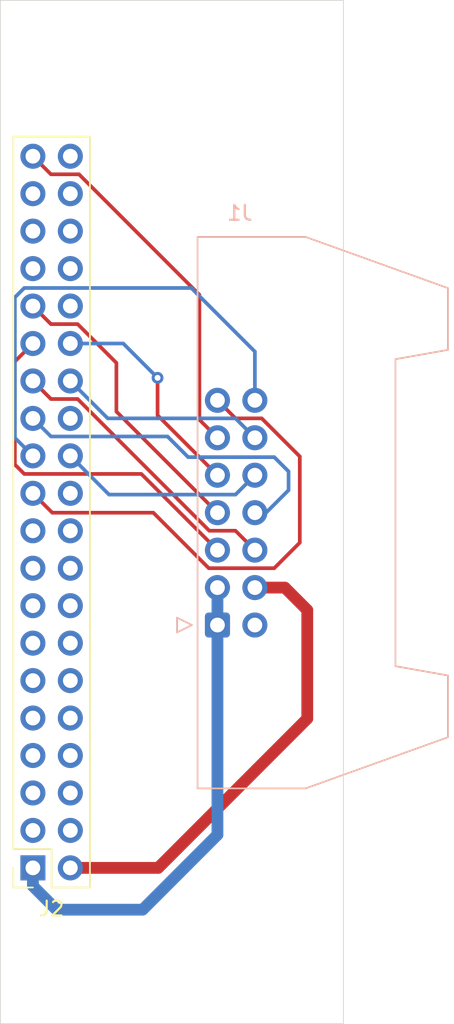
<source format=kicad_pcb>
(kicad_pcb (version 20171130) (host pcbnew "(5.1.10)-1")

  (general
    (thickness 1.6)
    (drawings 4)
    (tracks 65)
    (zones 0)
    (modules 4)
    (nets 13)
  )

  (page A4)
  (layers
    (0 F.Cu signal)
    (31 B.Cu signal)
    (32 B.Adhes user)
    (33 F.Adhes user)
    (34 B.Paste user)
    (35 F.Paste user)
    (36 B.SilkS user)
    (37 F.SilkS user)
    (38 B.Mask user)
    (39 F.Mask user)
    (40 Dwgs.User user)
    (41 Cmts.User user)
    (42 Eco1.User user)
    (43 Eco2.User user)
    (44 Edge.Cuts user)
    (45 Margin user)
    (46 B.CrtYd user)
    (47 F.CrtYd user)
    (48 B.Fab user)
    (49 F.Fab user)
  )

  (setup
    (last_trace_width 0.25)
    (user_trace_width 0.2)
    (user_trace_width 0.8)
    (user_trace_width 1.5)
    (user_trace_width 2)
    (trace_clearance 0.25)
    (zone_clearance 0.508)
    (zone_45_only no)
    (trace_min 0.2)
    (via_size 0.8)
    (via_drill 0.4)
    (via_min_size 0.4)
    (via_min_drill 0.3)
    (uvia_size 0.3)
    (uvia_drill 0.1)
    (uvias_allowed no)
    (uvia_min_size 0.2)
    (uvia_min_drill 0.1)
    (edge_width 0.05)
    (segment_width 0.2)
    (pcb_text_width 0.3)
    (pcb_text_size 1.5 1.5)
    (mod_edge_width 0.12)
    (mod_text_size 1 1)
    (mod_text_width 0.15)
    (pad_size 3.2 3.2)
    (pad_drill 3.2)
    (pad_to_mask_clearance 0)
    (aux_axis_origin 0 0)
    (grid_origin 58.928 51.816)
    (visible_elements 7FFFFFFF)
    (pcbplotparams
      (layerselection 0x010fc_ffffffff)
      (usegerberextensions false)
      (usegerberattributes true)
      (usegerberadvancedattributes true)
      (creategerberjobfile true)
      (excludeedgelayer true)
      (linewidth 0.100000)
      (plotframeref false)
      (viasonmask false)
      (mode 1)
      (useauxorigin false)
      (hpglpennumber 1)
      (hpglpenspeed 20)
      (hpglpendiameter 15.000000)
      (psnegative false)
      (psa4output false)
      (plotreference true)
      (plotvalue true)
      (plotinvisibletext false)
      (padsonsilk false)
      (subtractmaskfromsilk false)
      (outputformat 1)
      (mirror false)
      (drillshape 1)
      (scaleselection 1)
      (outputdirectory ""))
  )

  (net 0 "")
  (net 1 LCD_CS)
  (net 2 LCD_MISO)
  (net 3 LCD_SCLK)
  (net 4 LCD_DC)
  (net 5 LCD_MOSI)
  (net 6 +3V3)
  (net 7 Reset)
  (net 8 Touch_INT)
  (net 9 Touch_SCL)
  (net 10 Touch_SDA)
  (net 11 LCD_BackLight)
  (net 12 GND)

  (net_class Default "This is the default net class."
    (clearance 0.25)
    (trace_width 0.25)
    (via_dia 0.8)
    (via_drill 0.4)
    (uvia_dia 0.3)
    (uvia_drill 0.1)
    (add_net +3V3)
    (add_net GND)
    (add_net LCD_BackLight)
    (add_net LCD_CS)
    (add_net LCD_DC)
    (add_net LCD_MISO)
    (add_net LCD_MOSI)
    (add_net LCD_SCLK)
    (add_net Reset)
    (add_net Touch_INT)
    (add_net Touch_SCL)
    (add_net Touch_SDA)
  )

  (module MountingHole:MountingHole_3.2mm_M3 (layer F.Cu) (tedit 56D1B4CB) (tstamp 620AC845)
    (at 58.928 114.216)
    (descr "Mounting Hole 3.2mm, no annular, M3")
    (tags "mounting hole 3.2mm no annular m3")
    (attr virtual)
    (fp_text reference REF** (at 0 -4.2) (layer F.SilkS) hide
      (effects (font (size 1 1) (thickness 0.15)))
    )
    (fp_text value MountingHole_3.2mm_M3 (at -2.032 15.748) (layer F.Fab) hide
      (effects (font (size 1 1) (thickness 0.15)))
    )
    (fp_circle (center 0 0) (end 3.45 0) (layer F.CrtYd) (width 0.05))
    (fp_circle (center 0 0) (end 3.2 0) (layer Cmts.User) (width 0.15))
    (fp_text user %R (at 3.302 12.7) (layer F.Fab) hide
      (effects (font (size 1 1) (thickness 0.15)))
    )
    (pad 1 np_thru_hole circle (at 0 0) (size 3.2 3.2) (drill 3.2) (layers *.Cu *.Mask))
  )

  (module MountingHole:MountingHole_3.2mm_M3 (layer F.Cu) (tedit 56D1B4CB) (tstamp 620AC785)
    (at 58.928 51.816)
    (descr "Mounting Hole 3.2mm, no annular, M3")
    (tags "mounting hole 3.2mm no annular m3")
    (attr virtual)
    (fp_text reference REF** (at 0 -4.2) (layer F.SilkS) hide
      (effects (font (size 1 1) (thickness 0.15)))
    )
    (fp_text value M3 (at 8.382 -11.43) (layer F.Fab) hide
      (effects (font (size 1 1) (thickness 0.15)))
    )
    (fp_circle (center 0 0) (end 3.45 0) (layer F.CrtYd) (width 0.05))
    (fp_circle (center 0 0) (end 3.2 0) (layer Cmts.User) (width 0.15))
    (fp_text user %R (at 6.096 -7.874) (layer F.Fab) hide
      (effects (font (size 1 1) (thickness 0.15)))
    )
    (pad 1 np_thru_hole circle (at 0 0) (size 3.2 3.2) (drill 3.2) (layers *.Cu *.Mask))
  )

  (module Connector_PinSocket_2.54mm:PinSocket_2x20_P2.54mm_Vertical (layer F.Cu) (tedit 5A19A433) (tstamp 6209E70E)
    (at 47.928 107.146 180)
    (descr "Through hole straight socket strip, 2x20, 2.54mm pitch, double cols (from Kicad 4.0.7), script generated")
    (tags "Through hole socket strip THT 2x20 2.54mm double row")
    (path /62095E19)
    (fp_text reference J2 (at -1.27 -2.77) (layer F.SilkS)
      (effects (font (size 1 1) (thickness 0.15)))
    )
    (fp_text value Disp (at -1.27 51.03) (layer F.Fab)
      (effects (font (size 1 1) (thickness 0.15)))
    )
    (fp_line (start -3.81 -1.27) (end 0.27 -1.27) (layer F.Fab) (width 0.1))
    (fp_line (start 0.27 -1.27) (end 1.27 -0.27) (layer F.Fab) (width 0.1))
    (fp_line (start 1.27 -0.27) (end 1.27 49.53) (layer F.Fab) (width 0.1))
    (fp_line (start 1.27 49.53) (end -3.81 49.53) (layer F.Fab) (width 0.1))
    (fp_line (start -3.81 49.53) (end -3.81 -1.27) (layer F.Fab) (width 0.1))
    (fp_line (start -3.87 -1.33) (end -1.27 -1.33) (layer F.SilkS) (width 0.12))
    (fp_line (start -3.87 -1.33) (end -3.87 49.59) (layer F.SilkS) (width 0.12))
    (fp_line (start -3.87 49.59) (end 1.33 49.59) (layer F.SilkS) (width 0.12))
    (fp_line (start 1.33 1.27) (end 1.33 49.59) (layer F.SilkS) (width 0.12))
    (fp_line (start -1.27 1.27) (end 1.33 1.27) (layer F.SilkS) (width 0.12))
    (fp_line (start -1.27 -1.33) (end -1.27 1.27) (layer F.SilkS) (width 0.12))
    (fp_line (start 1.33 -1.33) (end 1.33 0) (layer F.SilkS) (width 0.12))
    (fp_line (start 0 -1.33) (end 1.33 -1.33) (layer F.SilkS) (width 0.12))
    (fp_line (start -4.34 -1.8) (end 1.76 -1.8) (layer F.CrtYd) (width 0.05))
    (fp_line (start 1.76 -1.8) (end 1.76 50) (layer F.CrtYd) (width 0.05))
    (fp_line (start 1.76 50) (end -4.34 50) (layer F.CrtYd) (width 0.05))
    (fp_line (start -4.34 50) (end -4.34 -1.8) (layer F.CrtYd) (width 0.05))
    (fp_text user %R (at -1.27 24.13 90) (layer F.Fab)
      (effects (font (size 1 1) (thickness 0.15)))
    )
    (pad 40 thru_hole oval (at -2.54 48.26 180) (size 1.7 1.7) (drill 1) (layers *.Cu *.Mask))
    (pad 39 thru_hole oval (at 0 48.26 180) (size 1.7 1.7) (drill 1) (layers *.Cu *.Mask)
      (net 8 Touch_INT))
    (pad 38 thru_hole oval (at -2.54 45.72 180) (size 1.7 1.7) (drill 1) (layers *.Cu *.Mask))
    (pad 37 thru_hole oval (at 0 45.72 180) (size 1.7 1.7) (drill 1) (layers *.Cu *.Mask))
    (pad 36 thru_hole oval (at -2.54 43.18 180) (size 1.7 1.7) (drill 1) (layers *.Cu *.Mask))
    (pad 35 thru_hole oval (at 0 43.18 180) (size 1.7 1.7) (drill 1) (layers *.Cu *.Mask))
    (pad 34 thru_hole oval (at -2.54 40.64 180) (size 1.7 1.7) (drill 1) (layers *.Cu *.Mask))
    (pad 33 thru_hole oval (at 0 40.64 180) (size 1.7 1.7) (drill 1) (layers *.Cu *.Mask))
    (pad 32 thru_hole oval (at -2.54 38.1 180) (size 1.7 1.7) (drill 1) (layers *.Cu *.Mask))
    (pad 31 thru_hole oval (at 0 38.1 180) (size 1.7 1.7) (drill 1) (layers *.Cu *.Mask)
      (net 10 Touch_SDA))
    (pad 30 thru_hole oval (at -2.54 35.56 180) (size 1.7 1.7) (drill 1) (layers *.Cu *.Mask)
      (net 9 Touch_SCL))
    (pad 29 thru_hole oval (at 0 35.56 180) (size 1.7 1.7) (drill 1) (layers *.Cu *.Mask)
      (net 11 LCD_BackLight))
    (pad 28 thru_hole oval (at -2.54 33.02 180) (size 1.7 1.7) (drill 1) (layers *.Cu *.Mask)
      (net 2 LCD_MISO))
    (pad 27 thru_hole oval (at 0 33.02 180) (size 1.7 1.7) (drill 1) (layers *.Cu *.Mask)
      (net 5 LCD_MOSI))
    (pad 26 thru_hole oval (at -2.54 30.48 180) (size 1.7 1.7) (drill 1) (layers *.Cu *.Mask))
    (pad 25 thru_hole oval (at 0 30.48 180) (size 1.7 1.7) (drill 1) (layers *.Cu *.Mask)
      (net 4 LCD_DC))
    (pad 24 thru_hole oval (at -2.54 27.94 180) (size 1.7 1.7) (drill 1) (layers *.Cu *.Mask)
      (net 3 LCD_SCLK))
    (pad 23 thru_hole oval (at 0 27.94 180) (size 1.7 1.7) (drill 1) (layers *.Cu *.Mask)
      (net 1 LCD_CS))
    (pad 22 thru_hole oval (at -2.54 25.4 180) (size 1.7 1.7) (drill 1) (layers *.Cu *.Mask))
    (pad 21 thru_hole oval (at 0 25.4 180) (size 1.7 1.7) (drill 1) (layers *.Cu *.Mask)
      (net 7 Reset))
    (pad 20 thru_hole oval (at -2.54 22.86 180) (size 1.7 1.7) (drill 1) (layers *.Cu *.Mask))
    (pad 19 thru_hole oval (at 0 22.86 180) (size 1.7 1.7) (drill 1) (layers *.Cu *.Mask))
    (pad 18 thru_hole oval (at -2.54 20.32 180) (size 1.7 1.7) (drill 1) (layers *.Cu *.Mask))
    (pad 17 thru_hole oval (at 0 20.32 180) (size 1.7 1.7) (drill 1) (layers *.Cu *.Mask))
    (pad 16 thru_hole oval (at -2.54 17.78 180) (size 1.7 1.7) (drill 1) (layers *.Cu *.Mask))
    (pad 15 thru_hole oval (at 0 17.78 180) (size 1.7 1.7) (drill 1) (layers *.Cu *.Mask))
    (pad 14 thru_hole oval (at -2.54 15.24 180) (size 1.7 1.7) (drill 1) (layers *.Cu *.Mask))
    (pad 13 thru_hole oval (at 0 15.24 180) (size 1.7 1.7) (drill 1) (layers *.Cu *.Mask))
    (pad 12 thru_hole oval (at -2.54 12.7 180) (size 1.7 1.7) (drill 1) (layers *.Cu *.Mask))
    (pad 11 thru_hole oval (at 0 12.7 180) (size 1.7 1.7) (drill 1) (layers *.Cu *.Mask))
    (pad 10 thru_hole oval (at -2.54 10.16 180) (size 1.7 1.7) (drill 1) (layers *.Cu *.Mask))
    (pad 9 thru_hole oval (at 0 10.16 180) (size 1.7 1.7) (drill 1) (layers *.Cu *.Mask))
    (pad 8 thru_hole oval (at -2.54 7.62 180) (size 1.7 1.7) (drill 1) (layers *.Cu *.Mask))
    (pad 7 thru_hole oval (at 0 7.62 180) (size 1.7 1.7) (drill 1) (layers *.Cu *.Mask))
    (pad 6 thru_hole oval (at -2.54 5.08 180) (size 1.7 1.7) (drill 1) (layers *.Cu *.Mask))
    (pad 5 thru_hole oval (at 0 5.08 180) (size 1.7 1.7) (drill 1) (layers *.Cu *.Mask))
    (pad 4 thru_hole oval (at -2.54 2.54 180) (size 1.7 1.7) (drill 1) (layers *.Cu *.Mask))
    (pad 3 thru_hole oval (at 0 2.54 180) (size 1.7 1.7) (drill 1) (layers *.Cu *.Mask))
    (pad 2 thru_hole oval (at -2.54 0 180) (size 1.7 1.7) (drill 1) (layers *.Cu *.Mask)
      (net 6 +3V3))
    (pad 1 thru_hole rect (at 0 0 180) (size 1.7 1.7) (drill 1) (layers *.Cu *.Mask)
      (net 12 GND))
    (model ${KIPRJMOD}/shapes3D/PinSocket_2x20_P2.54mm_Vertical.wrl
      (at (xyz 0 0 0))
      (scale (xyz 1 1 1))
      (rotate (xyz 0 0 0))
    )
  )

  (module Connector_IDC:IDC-Header_2x07_P2.54mm_Latch_Horizontal (layer B.Cu) (tedit 5EAC9A07) (tstamp 6209E6D0)
    (at 60.452 90.678)
    (descr "Through hole IDC header, 2x07, 2.54mm pitch, DIN 41651 / IEC 60603-13, double rows latches, https://docs.google.com/spreadsheets/d/16SsEcesNF15N3Lb4niX7dcUr-NY5_MFPQhobNuNppn4/edit#gid=0")
    (tags "Through hole horizontal IDC header THT 2x07 2.54mm double row")
    (path /6209B0F5)
    (fp_text reference J1 (at 1.524 -27.94) (layer B.SilkS)
      (effects (font (size 1 1) (thickness 0.15)) (justify mirror))
    )
    (fp_text value MCU (at 7.145 -27.21) (layer B.Fab)
      (effects (font (size 1 1) (thickness 0.15)) (justify mirror))
    )
    (fp_line (start 16.03 11.47) (end -1.74 11.47) (layer B.CrtYd) (width 0.05))
    (fp_line (start 16.03 -26.71) (end 16.03 11.47) (layer B.CrtYd) (width 0.05))
    (fp_line (start -1.74 -26.71) (end 16.03 -26.71) (layer B.CrtYd) (width 0.05))
    (fp_line (start -1.74 11.47) (end -1.74 -26.71) (layer B.CrtYd) (width 0.05))
    (fp_line (start -2.74 -0.5) (end -1.74 0) (layer B.SilkS) (width 0.12))
    (fp_line (start -2.74 0.5) (end -2.74 -0.5) (layer B.SilkS) (width 0.12))
    (fp_line (start -1.74 0) (end -2.74 0.5) (layer B.SilkS) (width 0.12))
    (fp_line (start -1.35 -26.32) (end -1.35 11.08) (layer B.SilkS) (width 0.12))
    (fp_line (start 5.98 -26.32) (end -1.35 -26.32) (layer B.SilkS) (width 0.12))
    (fp_line (start 15.64 -22.85) (end 5.98 -26.32) (layer B.SilkS) (width 0.12))
    (fp_line (start 15.64 -18.66) (end 15.64 -22.85) (layer B.SilkS) (width 0.12))
    (fp_line (start 12.08 -18.03) (end 15.64 -18.66) (layer B.SilkS) (width 0.12))
    (fp_line (start 12.08 2.79) (end 12.08 -18.03) (layer B.SilkS) (width 0.12))
    (fp_line (start 15.64 3.42) (end 12.08 2.79) (layer B.SilkS) (width 0.12))
    (fp_line (start 15.64 7.61) (end 15.64 3.42) (layer B.SilkS) (width 0.12))
    (fp_line (start 5.98 11.08) (end 15.64 7.61) (layer B.SilkS) (width 0.12))
    (fp_line (start -1.35 11.08) (end 5.98 11.08) (layer B.SilkS) (width 0.12))
    (fp_line (start -1.24 -26.21) (end -1.24 10.97) (layer B.Fab) (width 0.1))
    (fp_line (start 5.87 -26.21) (end -1.24 -26.21) (layer B.Fab) (width 0.1))
    (fp_line (start 15.53 -22.74) (end 5.87 -26.21) (layer B.Fab) (width 0.1))
    (fp_line (start 15.53 -18.77) (end 15.53 -22.74) (layer B.Fab) (width 0.1))
    (fp_line (start 11.97 -18.14) (end 15.53 -18.77) (layer B.Fab) (width 0.1))
    (fp_line (start 11.97 2.9) (end 11.97 -18.14) (layer B.Fab) (width 0.1))
    (fp_line (start 15.53 3.53) (end 11.97 2.9) (layer B.Fab) (width 0.1))
    (fp_line (start 15.53 7.5) (end 15.53 3.53) (layer B.Fab) (width 0.1))
    (fp_line (start 5.87 10.97) (end 15.53 7.5) (layer B.Fab) (width 0.1))
    (fp_line (start -1.24 10.97) (end 5.87 10.97) (layer B.Fab) (width 0.1))
    (fp_text user %R (at -3.302 -3.048 -90) (layer B.Fab)
      (effects (font (size 1 1) (thickness 0.15)) (justify mirror))
    )
    (pad 14 thru_hole circle (at 2.54 -15.24) (size 1.7 1.7) (drill 1) (layers *.Cu *.Mask)
      (net 1 LCD_CS))
    (pad 12 thru_hole circle (at 2.54 -12.7) (size 1.7 1.7) (drill 1) (layers *.Cu *.Mask)
      (net 2 LCD_MISO))
    (pad 10 thru_hole circle (at 2.54 -10.16) (size 1.7 1.7) (drill 1) (layers *.Cu *.Mask)
      (net 3 LCD_SCLK))
    (pad 8 thru_hole circle (at 2.54 -7.62) (size 1.7 1.7) (drill 1) (layers *.Cu *.Mask)
      (net 4 LCD_DC))
    (pad 6 thru_hole circle (at 2.54 -5.08) (size 1.7 1.7) (drill 1) (layers *.Cu *.Mask)
      (net 5 LCD_MOSI))
    (pad 4 thru_hole circle (at 2.54 -2.54) (size 1.7 1.7) (drill 1) (layers *.Cu *.Mask)
      (net 6 +3V3))
    (pad 2 thru_hole circle (at 2.54 0) (size 1.7 1.7) (drill 1) (layers *.Cu *.Mask))
    (pad 13 thru_hole circle (at 0 -15.24) (size 1.7 1.7) (drill 1) (layers *.Cu *.Mask)
      (net 7 Reset))
    (pad 11 thru_hole circle (at 0 -12.7) (size 1.7 1.7) (drill 1) (layers *.Cu *.Mask)
      (net 8 Touch_INT))
    (pad 9 thru_hole circle (at 0 -10.16) (size 1.7 1.7) (drill 1) (layers *.Cu *.Mask)
      (net 9 Touch_SCL))
    (pad 7 thru_hole circle (at 0 -7.62) (size 1.7 1.7) (drill 1) (layers *.Cu *.Mask)
      (net 10 Touch_SDA))
    (pad 5 thru_hole circle (at 0 -5.08) (size 1.7 1.7) (drill 1) (layers *.Cu *.Mask)
      (net 11 LCD_BackLight))
    (pad 3 thru_hole circle (at 0 -2.54) (size 1.7 1.7) (drill 1) (layers *.Cu *.Mask)
      (net 12 GND))
    (pad 1 thru_hole roundrect (at 0 0) (size 1.7 1.7) (drill 1) (layers *.Cu *.Mask) (roundrect_rratio 0.147059)
      (net 12 GND))
    (model ${KIPRJMOD}/shapes3D/5499913-2.wrl
      (offset (xyz 6.5 -7.5 4.5))
      (scale (xyz 0.395 0.395 0.4))
      (rotate (xyz -90 0 -90))
    )
  )

  (gr_line (start 45.72 48.316) (end 45.72 117.716) (layer Edge.Cuts) (width 0.05))
  (gr_line (start 45.72 117.716) (end 69 117.716) (layer Edge.Cuts) (width 0.05))
  (gr_line (start 69 48.316) (end 69 117.716) (layer Edge.Cuts) (width 0.05))
  (gr_line (start 45.72 48.316) (end 69 48.316) (layer Edge.Cuts) (width 0.05))

  (segment (start 47.339999 67.820999) (end 58.676999 67.820999) (width 0.25) (layer B.Cu) (net 1))
  (segment (start 46.702999 68.457999) (end 47.339999 67.820999) (width 0.25) (layer B.Cu) (net 1))
  (segment (start 46.702999 77.980999) (end 46.702999 68.457999) (width 0.25) (layer B.Cu) (net 1))
  (segment (start 47.928 79.206) (end 46.702999 77.980999) (width 0.25) (layer B.Cu) (net 1))
  (segment (start 62.992 72.136) (end 62.992 75.438) (width 0.25) (layer B.Cu) (net 1))
  (segment (start 58.676999 67.820999) (end 62.992 72.136) (width 0.25) (layer B.Cu) (net 1))
  (segment (start 53.005001 76.663001) (end 50.468 74.126) (width 0.25) (layer B.Cu) (net 2))
  (segment (start 61.677001 76.663001) (end 53.005001 76.663001) (width 0.25) (layer B.Cu) (net 2))
  (segment (start 62.992 77.978) (end 61.677001 76.663001) (width 0.25) (layer B.Cu) (net 2))
  (segment (start 61.677001 81.832999) (end 62.992 80.518) (width 0.25) (layer B.Cu) (net 3))
  (segment (start 53.094999 81.832999) (end 61.677001 81.832999) (width 0.25) (layer B.Cu) (net 3))
  (segment (start 50.468 79.206) (end 53.094999 81.832999) (width 0.25) (layer B.Cu) (net 3))
  (segment (start 63.754 83.058) (end 62.992 83.058) (width 0.25) (layer B.Cu) (net 4))
  (segment (start 65.278 81.534) (end 63.754 83.058) (width 0.25) (layer B.Cu) (net 4))
  (segment (start 58.464999 79.292999) (end 64.306999 79.292999) (width 0.25) (layer B.Cu) (net 4))
  (segment (start 64.306999 79.292999) (end 65.278 80.264) (width 0.25) (layer B.Cu) (net 4))
  (segment (start 57.063001 77.891001) (end 58.464999 79.292999) (width 0.25) (layer B.Cu) (net 4))
  (segment (start 65.278 80.264) (end 65.278 81.534) (width 0.25) (layer B.Cu) (net 4))
  (segment (start 49.153001 77.891001) (end 57.063001 77.891001) (width 0.25) (layer B.Cu) (net 4))
  (segment (start 47.928 76.666) (end 49.153001 77.891001) (width 0.25) (layer B.Cu) (net 4))
  (segment (start 49.153001 75.351001) (end 47.928 74.126) (width 0.25) (layer F.Cu) (net 5))
  (segment (start 50.966003 75.351001) (end 49.153001 75.351001) (width 0.25) (layer F.Cu) (net 5))
  (segment (start 59.898003 84.283001) (end 50.966003 75.351001) (width 0.25) (layer F.Cu) (net 5))
  (segment (start 61.677001 84.283001) (end 59.898003 84.283001) (width 0.25) (layer F.Cu) (net 5))
  (segment (start 62.992 85.598) (end 61.677001 84.283001) (width 0.25) (layer F.Cu) (net 5))
  (segment (start 50.468 107.146) (end 56.43 107.146) (width 0.8) (layer F.Cu) (net 6))
  (segment (start 56.43 107.146) (end 66.548 97.028) (width 0.8) (layer F.Cu) (net 6))
  (segment (start 66.548 97.028) (end 66.548 89.662) (width 0.8) (layer F.Cu) (net 6))
  (segment (start 65.024 88.138) (end 62.992 88.138) (width 0.8) (layer F.Cu) (net 6))
  (segment (start 66.548 89.662) (end 65.024 88.138) (width 0.8) (layer F.Cu) (net 6))
  (segment (start 59.863999 86.823001) (end 64.306999 86.823001) (width 0.25) (layer F.Cu) (net 7))
  (segment (start 56.101997 83.060999) (end 59.863999 86.823001) (width 0.25) (layer F.Cu) (net 7))
  (segment (start 49.242999 83.060999) (end 56.101997 83.060999) (width 0.25) (layer F.Cu) (net 7))
  (segment (start 47.928 81.746) (end 49.242999 83.060999) (width 0.25) (layer F.Cu) (net 7))
  (segment (start 64.306999 86.823001) (end 66.04 85.09) (width 0.25) (layer F.Cu) (net 7))
  (segment (start 61.677001 76.663001) (end 60.452 75.438) (width 0.25) (layer F.Cu) (net 7))
  (segment (start 66.04 79.248) (end 63.455001 76.663001) (width 0.25) (layer F.Cu) (net 7))
  (segment (start 63.455001 76.663001) (end 61.677001 76.663001) (width 0.25) (layer F.Cu) (net 7))
  (segment (start 66.04 85.09) (end 66.04 79.248) (width 0.25) (layer F.Cu) (net 7))
  (segment (start 49.153001 60.111001) (end 47.928 58.886) (width 0.25) (layer F.Cu) (net 8))
  (segment (start 51.056001 60.111001) (end 49.153001 60.111001) (width 0.25) (layer F.Cu) (net 8))
  (segment (start 59.226999 68.281999) (end 51.056001 60.111001) (width 0.25) (layer F.Cu) (net 8))
  (segment (start 59.226999 76.752999) (end 59.226999 68.281999) (width 0.25) (layer F.Cu) (net 8))
  (segment (start 60.452 77.978) (end 59.226999 76.752999) (width 0.25) (layer F.Cu) (net 8))
  (segment (start 60.452 80.518) (end 56.388 76.454) (width 0.25) (layer F.Cu) (net 9))
  (via (at 56.388 73.914) (size 0.8) (drill 0.4) (layers F.Cu B.Cu) (net 9))
  (segment (start 56.388 76.454) (end 56.388 73.914) (width 0.25) (layer F.Cu) (net 9))
  (segment (start 54.06 71.586) (end 50.468 71.586) (width 0.25) (layer B.Cu) (net 9))
  (segment (start 56.388 73.914) (end 54.06 71.586) (width 0.25) (layer B.Cu) (net 9))
  (segment (start 60.452 83.058) (end 53.594 76.2) (width 0.25) (layer F.Cu) (net 10))
  (segment (start 49.153001 70.271001) (end 47.928 69.046) (width 0.25) (layer F.Cu) (net 10))
  (segment (start 50.966003 70.271001) (end 49.153001 70.271001) (width 0.25) (layer F.Cu) (net 10))
  (segment (start 53.594 72.898998) (end 50.966003 70.271001) (width 0.25) (layer F.Cu) (net 10))
  (segment (start 53.594 76.2) (end 53.594 72.898998) (width 0.25) (layer F.Cu) (net 10))
  (segment (start 46.702999 72.811001) (end 47.928 71.586) (width 0.25) (layer F.Cu) (net 11))
  (segment (start 46.702999 79.794001) (end 46.702999 72.811001) (width 0.25) (layer F.Cu) (net 11))
  (segment (start 47.339999 80.431001) (end 46.702999 79.794001) (width 0.25) (layer F.Cu) (net 11))
  (segment (start 55.285001 80.431001) (end 47.339999 80.431001) (width 0.25) (layer F.Cu) (net 11))
  (segment (start 60.452 85.598) (end 55.285001 80.431001) (width 0.25) (layer F.Cu) (net 11))
  (segment (start 47.928 107.146) (end 47.928 108.38) (width 0.8) (layer B.Cu) (net 12))
  (segment (start 47.928 108.38) (end 49.53 109.982) (width 0.8) (layer B.Cu) (net 12))
  (segment (start 49.53 109.982) (end 55.372 109.982) (width 0.8) (layer B.Cu) (net 12))
  (segment (start 60.452 104.902) (end 60.452 90.678) (width 0.8) (layer B.Cu) (net 12))
  (segment (start 55.372 109.982) (end 60.452 104.902) (width 0.8) (layer B.Cu) (net 12))
  (segment (start 60.452 90.678) (end 60.452 88.138) (width 0.8) (layer B.Cu) (net 12))

)

</source>
